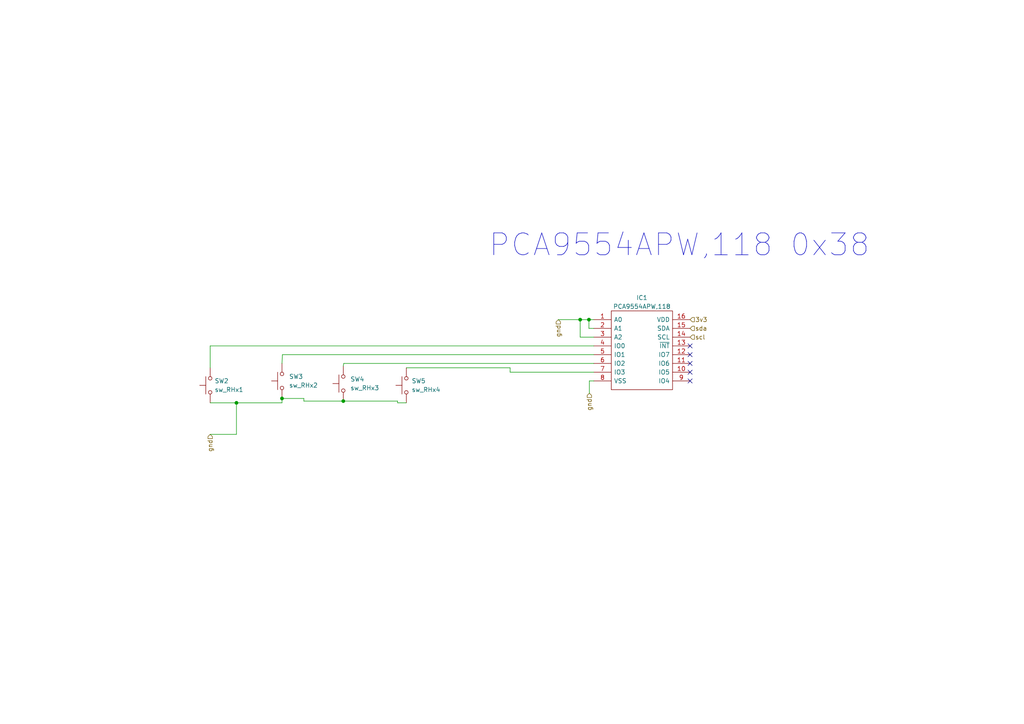
<source format=kicad_sch>
(kicad_sch (version 20211123) (generator eeschema)
  (paper "A4")
  (lib_symbols
    (symbol "SamacSys_Parts:PCA9554APW,118" (pin_names (offset 0.762))
      (property "Reference" "IC" (at 24.13 7.62 0))
      (property "Value" "PCA9554APW,118" (at 24.13 5.08 0))
      (symbol "PCA9554APW,118_0_0"
        (pin passive line (at 0 0 0) (length 5.08) (name "A0") (number "1"))
        (pin passive line (at 27.94 -15.24 180) (length 5.08) (name "IO5") (number "10"))
        (pin passive line (at 27.94 -12.7 180) (length 5.08) (name "IO6") (number "11"))
        (pin passive line (at 27.94 -10.16 180) (length 5.08) (name "IO7") (number "12"))
        (pin passive line (at 27.94 -7.62 180) (length 5.08) (name "~{INT}") (number "13"))
        (pin passive line (at 27.94 -5.08 180) (length 5.08) (name "SCL") (number "14"))
        (pin passive line (at 27.94 -2.54 180) (length 5.08) (name "SDA") (number "15"))
        (pin passive line (at 27.94 0 180) (length 5.08) (name "VDD") (number "16"))
        (pin passive line (at 0 -2.54 0) (length 5.08) (name "A1") (number "2"))
        (pin passive line (at 0 -5.08 0) (length 5.08) (name "A2") (number "3"))
        (pin passive line (at 0 -7.62 0) (length 5.08) (name "IO0") (number "4"))
        (pin passive line (at 0 -10.16 0) (length 5.08) (name "IO1") (number "5"))
        (pin passive line (at 0 -12.7 0) (length 5.08) (name "IO2") (number "6"))
        (pin passive line (at 0 -15.24 0) (length 5.08) (name "IO3") (number "7"))
        (pin passive line (at 0 -17.78 0) (length 5.08) (name "VSS") (number "8"))
        (pin passive line (at 27.94 -17.78 180) (length 5.08) (name "IO4") (number "9"))
      )
      (symbol "PCA9554APW,118_0_1"
        (polyline (pts (xy 5.08 2.54) (xy 22.86 2.54) (xy 22.86 -20.32) (xy 5.08 -20.32) (xy 5.08 2.54)) (stroke (width 0.1524)))
      )
    )
    (symbol "Switch:SW_Push" (pin_numbers hide) (pin_names (offset 1.016) hide)
      (property "Reference" "SW" (at 1.27 2.54 0))
      (property "Value" "SW_Push" (at 0 -1.524 0))
      (symbol "SW_Push_0_1"
        (circle (center -2.032 0) (radius 0.508))
        (polyline (pts (xy 0 1.27) (xy 0 3.048)))
        (polyline (pts (xy 2.54 1.27) (xy -2.54 1.27)))
        (circle (center 2.032 0) (radius 0.508))
        (pin passive line (at -5.08 0 0) (length 2.54) (name "1") (number "1"))
        (pin passive line (at 5.08 0 180) (length 2.54) (name "2") (number "2"))
      )
    )
  )
  (junction (at 168.275 92.71))
  (junction (at 99.568 116.332))
  (junction (at 81.788 115.57))
  (junction (at 68.58 116.84))
  (junction (at 170.815 92.71))
  (no_connect (at 200.152 107.95))
  (no_connect (at 200.152 102.87))
  (no_connect (at 200.152 110.49))
  (no_connect (at 200.152 100.33))
  (no_connect (at 200.152 105.41))
  (wire (pts (xy 168.275 92.71) (xy 170.815 92.71)))
  (wire (pts (xy 172.212 110.49) (xy 170.942 110.49)))
  (wire (pts (xy 172.212 100.33) (xy 60.96 100.33)))
  (wire (pts (xy 68.58 116.84) (xy 81.788 116.84)))
  (wire (pts (xy 161.925 92.71) (xy 168.275 92.71)))
  (wire (pts (xy 117.856 106.68) (xy 147.955 106.68)))
  (wire (pts (xy 147.955 107.95) (xy 172.212 107.95)))
  (wire (pts (xy 60.96 100.33) (xy 60.96 106.68)))
  (wire (pts (xy 172.212 105.41) (xy 99.695 105.41)))
  (wire (pts (xy 88.138 116.332) (xy 99.568 116.332)))
  (wire (pts (xy 115.316 116.84) (xy 117.856 116.84)))
  (wire (pts (xy 81.788 115.57) (xy 88.138 115.57)))
  (wire (pts (xy 172.212 95.25) (xy 170.815 95.25)))
  (wire (pts (xy 60.96 116.84) (xy 68.58 116.84)))
  (wire (pts (xy 115.316 116.332) (xy 115.316 116.84)))
  (wire (pts (xy 147.955 106.68) (xy 147.955 107.95)))
  (wire (pts (xy 170.815 92.71) (xy 172.212 92.71)))
  (wire (pts (xy 99.695 105.41) (xy 99.568 106.172)))
  (wire (pts (xy 68.58 116.84) (xy 68.58 125.984)))
  (wire (pts (xy 172.212 102.87) (xy 81.915 102.87)))
  (wire (pts (xy 170.815 95.25) (xy 170.815 92.71)))
  (wire (pts (xy 81.915 102.87) (xy 81.788 105.41)))
  (wire (pts (xy 172.212 97.79) (xy 168.275 97.79)))
  (wire (pts (xy 81.788 116.84) (xy 81.788 115.57)))
  (wire (pts (xy 60.96 125.984) (xy 68.58 125.984)))
  (wire (pts (xy 88.138 115.57) (xy 88.138 116.332)))
  (wire (pts (xy 168.275 97.79) (xy 168.275 92.71)))
  (wire (pts (xy 170.942 110.49) (xy 170.942 114.046)))
  (wire (pts (xy 99.568 116.332) (xy 115.316 116.332)))
  (text "PCA9554APW,118 0x38" (at 141.605 74.93 0) (effects (font (size 6.35 6.35)) (justify left bottom)))
  (hierarchical_label "3v3" (shape input) (at 200.152 92.71 0))
  (hierarchical_label "gnd" (shape input) (at 170.942 114.046 270))
  (hierarchical_label "gnd" (shape input) (at 161.925 92.71 270))
  (hierarchical_label "scl" (shape input) (at 200.152 97.79 0))
  (hierarchical_label "sda" (shape input) (at 200.152 95.25 0))
  (hierarchical_label "gnd" (shape input) (at 60.96 125.984 270))
  (symbol (lib_id "Switch:SW_Push") (at 99.568 111.252 90) (unit 1)
    (property "Reference" "SW4" (at 101.6 109.9819 90) (effects (justify right)))
    (property "Value" "sw_RHx3" (at 101.6 112.5219 90) (effects (justify right)))
    (property "LCSC part number" "C84931" (effects hide))
    (property "verif" "1" (effects hide))
  )
  (symbol (lib_id "Switch:SW_Push") (at 60.96 111.76 90) (unit 1)
    (property "Reference" "SW2" (at 62.23 110.4899 90) (effects (justify right)))
    (property "Value" "sw_RHx1" (at 62.23 113.0299 90) (effects (justify right)))
    (property "LCSC part number" "C84931" (effects hide))
    (property "verif" "1" (effects hide))
  )
  (symbol (lib_id "SamacSys_Parts:PCA9554APW,118") (at 172.212 92.71 0) (unit 1)
    (property "Reference" "IC1" (at 186.182 86.36 0))
    (property "Value" "PCA9554APW,118" (at 186.182 88.9 0))
    (property "Footprint" "SamacSys_Parts:SOP65P640X110-16N" (effects hide))
    (property "Datasheet" "http://www.nxp.com/docs/en/data-sheet/PCA9554_9554A.pdf" (effects hide))
    (property "Description" "8-bit I2C-bus and SMBus I/O port with interrupt" (effects hide))
    (property "Height" "1.1" (effects hide))
    (property "Mouser Part Number" "771-PCA9554APW-T" (effects hide))
    (property "Mouser Price/Stock" "https://www.mouser.co.uk/ProductDetail/NXP-Semiconductors/PCA9554APW118?qs=LOCUfHb8d9t6Q6oURZSRTg%3D%3D" (effects hide))
    (property "Manufacturer_Name" "NXP" (effects hide))
    (property "Manufacturer_Part_Number" "PCA9554APW,118" (effects hide))
    (property "LCSC part number" "C86803" (effects hide))
    (property "verif" "1" (effects hide))
  )
  (symbol (lib_id "Switch:SW_Push") (at 117.856 111.76 90) (unit 1)
    (property "Reference" "SW5" (at 119.38 110.4899 90) (effects (justify right)))
    (property "Value" "sw_RHx4" (at 119.38 113.0299 90) (effects (justify right)))
    (property "LCSC part number" "C84931" (effects hide))
    (property "verif" "1" (effects hide))
  )
  (symbol (lib_id "Switch:SW_Push") (at 81.788 110.49 90) (unit 1)
    (property "Reference" "SW3" (at 83.82 109.2199 90) (effects (justify right)))
    (property "Value" "sw_RHx2" (at 83.82 111.7599 90) (effects (justify right)))
    (property "LCSC part number" "C84931" (effects hide))
    (property "verif" "1" (effects hide))
  )
)
</source>
